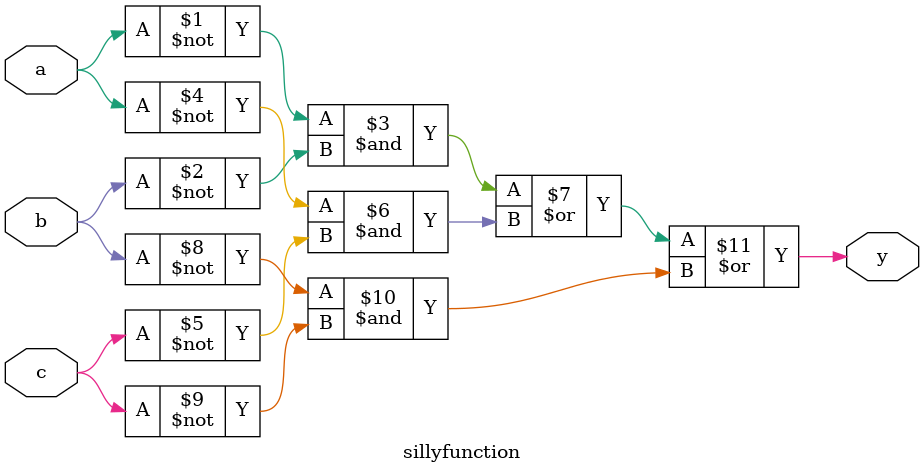
<source format=sv>
module sillyfunction(input  logic a, b, c,
                     output logic y);

  assign y =  ~a & ~b|
              ~a & ~c|
              ~b & ~c;

endmodule

</source>
